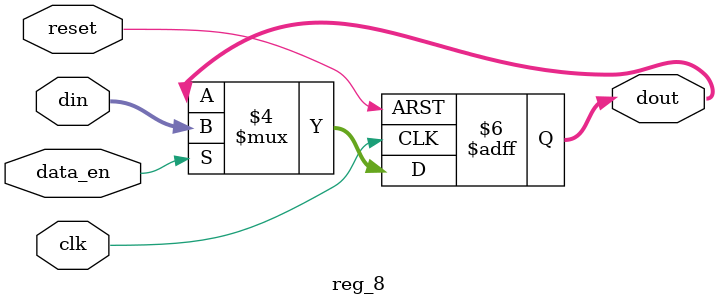
<source format=sv>
module reg_8 (
    input clk,
    input reset,
    input data_en,
    input [7:0] din,
    output reg [7:0] dout
  );
  always @(posedge clk or negedge reset)
  begin
    if(!reset)
    begin
      dout<= 8'h00;
    end
    else
      if(data_en)
      begin
        dout <=din;
      end
      else
        dout <= dout;
  end
endmodule
`default_nettype wire

</source>
